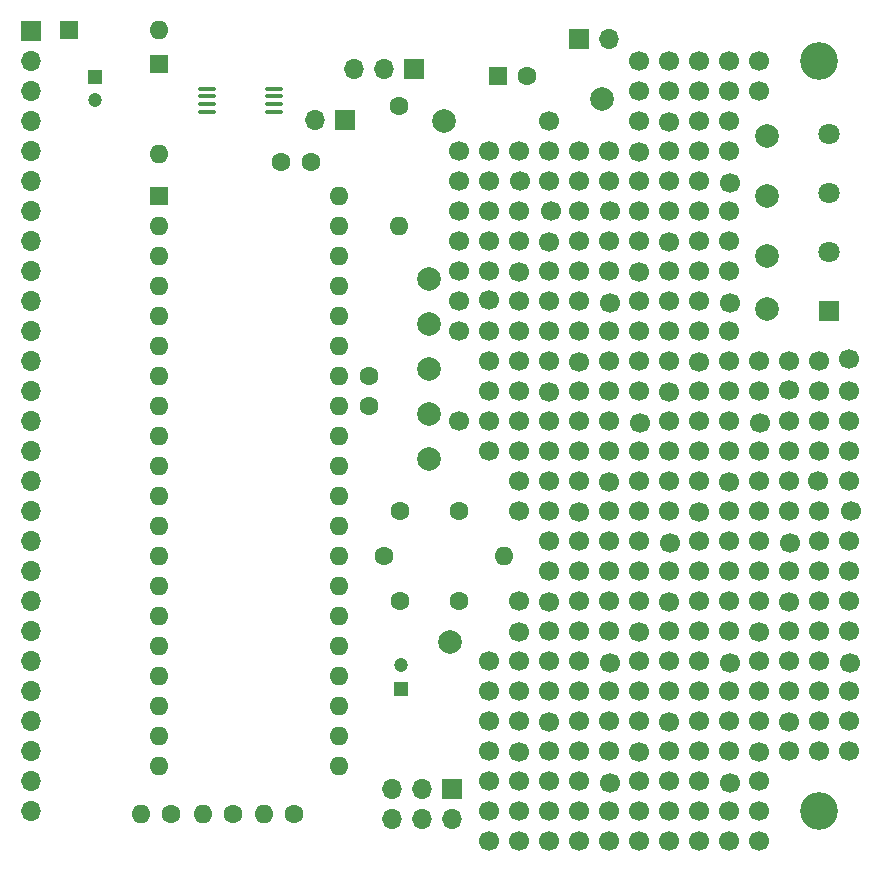
<source format=gts>
%TF.GenerationSoftware,KiCad,Pcbnew,(6.0.0)*%
%TF.CreationDate,2022-03-13T21:04:06-04:00*%
%TF.ProjectId,panel meter v1,70616e65-6c20-46d6-9574-65722076312e,rev?*%
%TF.SameCoordinates,Original*%
%TF.FileFunction,Soldermask,Top*%
%TF.FilePolarity,Negative*%
%FSLAX46Y46*%
G04 Gerber Fmt 4.6, Leading zero omitted, Abs format (unit mm)*
G04 Created by KiCad (PCBNEW (6.0.0)) date 2022-03-13 21:04:06*
%MOMM*%
%LPD*%
G01*
G04 APERTURE LIST*
G04 Aperture macros list*
%AMRoundRect*
0 Rectangle with rounded corners*
0 $1 Rounding radius*
0 $2 $3 $4 $5 $6 $7 $8 $9 X,Y pos of 4 corners*
0 Add a 4 corners polygon primitive as box body*
4,1,4,$2,$3,$4,$5,$6,$7,$8,$9,$2,$3,0*
0 Add four circle primitives for the rounded corners*
1,1,$1+$1,$2,$3*
1,1,$1+$1,$4,$5*
1,1,$1+$1,$6,$7*
1,1,$1+$1,$8,$9*
0 Add four rect primitives between the rounded corners*
20,1,$1+$1,$2,$3,$4,$5,0*
20,1,$1+$1,$4,$5,$6,$7,0*
20,1,$1+$1,$6,$7,$8,$9,0*
20,1,$1+$1,$8,$9,$2,$3,0*%
G04 Aperture macros list end*
%ADD10C,1.700000*%
%ADD11R,1.600000X1.600000*%
%ADD12O,1.600000X1.600000*%
%ADD13R,1.700000X1.700000*%
%ADD14O,1.700000X1.700000*%
%ADD15C,1.600000*%
%ADD16C,2.000000*%
%ADD17R,1.200000X1.200000*%
%ADD18C,1.200000*%
%ADD19C,3.200000*%
%ADD20R,1.800000X1.800000*%
%ADD21C,1.800000*%
%ADD22RoundRect,0.100000X-0.637500X-0.100000X0.637500X-0.100000X0.637500X0.100000X-0.637500X0.100000X0*%
G04 APERTURE END LIST*
D10*
%TO.C,REF\u002A\u002A*%
X114300000Y-88900000D03*
%TD*%
%TO.C,REF\u002A\u002A*%
X111760000Y-60960000D03*
%TD*%
%TO.C,REF\u002A\u002A*%
X127058021Y-86510442D03*
%TD*%
%TO.C,REF\u002A\u002A*%
X106680000Y-96520000D03*
%TD*%
%TO.C,REF\u002A\u002A*%
X109202800Y-91439999D03*
%TD*%
%TO.C,REF\u002A\u002A*%
X116840000Y-106680000D03*
%TD*%
%TO.C,REF\u002A\u002A*%
X114300000Y-86360000D03*
%TD*%
%TO.C,REF\u002A\u002A*%
X104140000Y-78740000D03*
%TD*%
%TO.C,REF\u002A\u002A*%
X106646471Y-73701692D03*
%TD*%
%TO.C,REF\u002A\u002A*%
X132080000Y-101600000D03*
%TD*%
%TO.C,REF\u002A\u002A*%
X106680000Y-111769036D03*
%TD*%
%TO.C,REF\u002A\u002A*%
X99060000Y-66040000D03*
%TD*%
%TO.C,REF\u002A\u002A*%
X132080000Y-76200000D03*
%TD*%
%TO.C,REF\u002A\u002A*%
X106680000Y-55880000D03*
%TD*%
%TO.C,REF\u002A\u002A*%
X124460000Y-73660000D03*
%TD*%
%TO.C,REF\u002A\u002A*%
X124442800Y-83794635D03*
%TD*%
D11*
%TO.C,U1*%
X73655000Y-57155000D03*
D12*
X73655000Y-59695000D03*
X73655000Y-62235000D03*
X73655000Y-64775000D03*
X73655000Y-67315000D03*
X73655000Y-69855000D03*
X73655000Y-72395000D03*
X73655000Y-74935000D03*
X73655000Y-77475000D03*
X73655000Y-80015000D03*
X73655000Y-82555000D03*
X73655000Y-85095000D03*
X73655000Y-87635000D03*
X73655000Y-90175000D03*
X73655000Y-92715000D03*
X73655000Y-95255000D03*
X73655000Y-97795000D03*
X73655000Y-100335000D03*
X73655000Y-102875000D03*
X73655000Y-105415000D03*
X88895000Y-105415000D03*
X88895000Y-102875000D03*
X88895000Y-100335000D03*
X88895000Y-97795000D03*
X88895000Y-95255000D03*
X88895000Y-92715000D03*
X88895000Y-90175000D03*
X88895000Y-87635000D03*
X88895000Y-85095000D03*
X88895000Y-82555000D03*
X88895000Y-80015000D03*
X88895000Y-77475000D03*
X88895000Y-74935000D03*
X88895000Y-72395000D03*
X88895000Y-69855000D03*
X88895000Y-67315000D03*
X88895000Y-64775000D03*
X88895000Y-62235000D03*
X88895000Y-59695000D03*
X88895000Y-57155000D03*
%TD*%
D10*
%TO.C,REF\u002A\u002A*%
X116848164Y-61027056D03*
%TD*%
%TO.C,REF\u002A\u002A*%
X116840000Y-58420000D03*
%TD*%
%TO.C,REF\u002A\u002A*%
X119380000Y-96520000D03*
%TD*%
%TO.C,REF\u002A\u002A*%
X106680000Y-109220000D03*
%TD*%
%TO.C,REF\u002A\u002A*%
X114299999Y-58410964D03*
%TD*%
%TO.C,REF\u002A\u002A*%
X104140000Y-53340000D03*
%TD*%
D11*
%TO.C,D2*%
X73660000Y-45974000D03*
D12*
X73660000Y-53594000D03*
%TD*%
D10*
%TO.C,REF\u002A\u002A*%
X109220000Y-55880000D03*
%TD*%
D13*
%TO.C,J1*%
X95235000Y-46380000D03*
D14*
X92695000Y-46380000D03*
X90155000Y-46380000D03*
%TD*%
D10*
%TO.C,REF\u002A\u002A*%
X121920000Y-83820000D03*
%TD*%
%TO.C,REF\u002A\u002A*%
X109220000Y-53340000D03*
%TD*%
%TO.C,REF\u002A\u002A*%
X127000000Y-93980000D03*
%TD*%
%TO.C,REF\u002A\u002A*%
X111760000Y-91440000D03*
%TD*%
%TO.C,REF\u002A\u002A*%
X101600000Y-55880000D03*
%TD*%
%TO.C,REF\u002A\u002A*%
X121920000Y-104140000D03*
%TD*%
%TO.C,REF\u002A\u002A*%
X99060000Y-76200000D03*
%TD*%
%TO.C,REF\u002A\u002A*%
X106673262Y-83819999D03*
%TD*%
%TO.C,REF\u002A\u002A*%
X111760000Y-76200000D03*
%TD*%
%TO.C,REF\u002A\u002A*%
X109220000Y-109220000D03*
%TD*%
%TO.C,REF\u002A\u002A*%
X114266471Y-53381692D03*
%TD*%
%TO.C,REF\u002A\u002A*%
X124460000Y-71120000D03*
%TD*%
%TO.C,REF\u002A\u002A*%
X129522800Y-104114635D03*
%TD*%
D15*
%TO.C,C1*%
X91440000Y-72410000D03*
X91440000Y-74910000D03*
%TD*%
D10*
%TO.C,REF\u002A\u002A*%
X121920000Y-58420000D03*
%TD*%
%TO.C,REF\u002A\u002A*%
X119362800Y-91439999D03*
%TD*%
%TO.C,REF\u002A\u002A*%
X109220000Y-111769036D03*
%TD*%
%TO.C,REF\u002A\u002A*%
X111760000Y-68580000D03*
%TD*%
%TO.C,REF\u002A\u002A*%
X119380000Y-68580000D03*
%TD*%
%TO.C,REF\u002A\u002A*%
X114266471Y-104181692D03*
%TD*%
%TO.C,REF\u002A\u002A*%
X116898021Y-86510442D03*
%TD*%
%TO.C,REF\u002A\u002A*%
X101600000Y-71120000D03*
%TD*%
%TO.C,REF\u002A\u002A*%
X119379999Y-81279999D03*
%TD*%
D16*
%TO.C,J16*%
X125095000Y-52070000D03*
%TD*%
D10*
%TO.C,REF\u002A\u002A*%
X101600000Y-53340000D03*
%TD*%
D16*
%TO.C,J4*%
X111125000Y-48895000D03*
%TD*%
D13*
%TO.C,J2*%
X109220000Y-43815000D03*
D14*
X111760000Y-43815000D03*
%TD*%
D10*
%TO.C,REF\u002A\u002A*%
X124426471Y-104181692D03*
%TD*%
%TO.C,REF\u002A\u002A*%
X124518021Y-76350442D03*
%TD*%
%TO.C,REF\u002A\u002A*%
X119362800Y-101599999D03*
%TD*%
%TO.C,REF\u002A\u002A*%
X116840000Y-63500000D03*
%TD*%
%TO.C,REF\u002A\u002A*%
X101600000Y-106680000D03*
%TD*%
%TO.C,REF\u002A\u002A*%
X104139999Y-101599999D03*
%TD*%
%TO.C,REF\u002A\u002A*%
X116840000Y-48260000D03*
%TD*%
%TO.C,REF\u002A\u002A*%
X101591835Y-60957859D03*
%TD*%
D15*
%TO.C,C3*%
X86467000Y-54229000D03*
X83967000Y-54229000D03*
%TD*%
D10*
%TO.C,REF\u002A\u002A*%
X109219999Y-88890964D03*
%TD*%
%TO.C,REF\u002A\u002A*%
X124426471Y-94021692D03*
%TD*%
%TO.C,REF\u002A\u002A*%
X101600000Y-68580000D03*
%TD*%
%TO.C,REF\u002A\u002A*%
X124460000Y-106680000D03*
%TD*%
%TO.C,REF\u002A\u002A*%
X132080000Y-81280000D03*
%TD*%
%TO.C,REF\u002A\u002A*%
X109228164Y-71187056D03*
%TD*%
%TO.C,REF\u002A\u002A*%
X111818021Y-66190442D03*
%TD*%
%TO.C,REF\u002A\u002A*%
X121920000Y-68580000D03*
%TD*%
%TO.C,REF\u002A\u002A*%
X124460000Y-86360000D03*
%TD*%
%TO.C,REF\u002A\u002A*%
X119362800Y-60959999D03*
%TD*%
%TO.C,REF\u002A\u002A*%
X106680000Y-76200000D03*
%TD*%
%TO.C,REF\u002A\u002A*%
X129540000Y-78740000D03*
%TD*%
%TO.C,REF\u002A\u002A*%
X116840000Y-83820000D03*
%TD*%
%TO.C,REF\u002A\u002A*%
X114299999Y-109210964D03*
%TD*%
%TO.C,REF\u002A\u002A*%
X104139999Y-71105812D03*
%TD*%
%TO.C,REF\u002A\u002A*%
X106688164Y-88900000D03*
%TD*%
D17*
%TO.C,C8*%
X94107000Y-98889600D03*
D18*
X94107000Y-96889600D03*
%TD*%
D10*
%TO.C,REF\u002A\u002A*%
X114300000Y-78740000D03*
%TD*%
%TO.C,REF\u002A\u002A*%
X119362800Y-50799999D03*
%TD*%
%TO.C,REF\u002A\u002A*%
X114266471Y-94021692D03*
%TD*%
%TO.C,REF\u002A\u002A*%
X111760000Y-93980000D03*
%TD*%
%TO.C,REF\u002A\u002A*%
X132080000Y-78740000D03*
%TD*%
%TO.C,REF\u002A\u002A*%
X101600000Y-109220000D03*
%TD*%
%TO.C,REF\u002A\u002A*%
X121978021Y-106830442D03*
%TD*%
%TO.C,REF\u002A\u002A*%
X109220000Y-106680000D03*
%TD*%
%TO.C,REF\u002A\u002A*%
X104106471Y-104181692D03*
%TD*%
%TO.C,REF\u002A\u002A*%
X126983671Y-73601978D03*
%TD*%
%TO.C,REF\u002A\u002A*%
X119388164Y-71187056D03*
%TD*%
%TO.C,REF\u002A\u002A*%
X129522800Y-101599999D03*
%TD*%
%TO.C,REF\u002A\u002A*%
X121920000Y-50800000D03*
%TD*%
%TO.C,REF\u002A\u002A*%
X111760000Y-99060000D03*
%TD*%
%TO.C,REF\u002A\u002A*%
X119362800Y-53314635D03*
%TD*%
%TO.C,REF\u002A\u002A*%
X109220000Y-78740000D03*
%TD*%
%TO.C,REF\u002A\u002A*%
X124460000Y-96520000D03*
%TD*%
%TO.C,REF\u002A\u002A*%
X109220000Y-73660000D03*
%TD*%
%TO.C,REF\u002A\u002A*%
X114300000Y-71120000D03*
%TD*%
D16*
%TO.C,J15*%
X125095000Y-57150000D03*
%TD*%
D10*
%TO.C,REF\u002A\u002A*%
X101600000Y-101600000D03*
%TD*%
%TO.C,REF\u002A\u002A*%
X121920000Y-86360000D03*
%TD*%
%TO.C,REF\u002A\u002A*%
X127000000Y-81280000D03*
%TD*%
%TO.C,REF\u002A\u002A*%
X121920000Y-78740000D03*
%TD*%
D13*
%TO.C,J12*%
X89413000Y-50673000D03*
D14*
X86873000Y-50673000D03*
%TD*%
D10*
%TO.C,REF\u002A\u002A*%
X121978021Y-96670442D03*
%TD*%
%TO.C,REF\u002A\u002A*%
X121920000Y-60960000D03*
%TD*%
%TO.C,REF\u002A\u002A*%
X99060000Y-68580000D03*
%TD*%
%TO.C,REF\u002A\u002A*%
X104130065Y-73626999D03*
%TD*%
%TO.C,REF\u002A\u002A*%
X111760000Y-53340000D03*
%TD*%
D16*
%TO.C,J6*%
X96520000Y-71755000D03*
%TD*%
D10*
%TO.C,REF\u002A\u002A*%
X109220000Y-68580000D03*
%TD*%
%TO.C,REF\u002A\u002A*%
X109202800Y-63474635D03*
%TD*%
%TO.C,REF\u002A\u002A*%
X99060000Y-55880000D03*
%TD*%
%TO.C,REF\u002A\u002A*%
X99060000Y-60960000D03*
%TD*%
%TO.C,REF\u002A\u002A*%
X111760000Y-55880000D03*
%TD*%
%TO.C,REF\u002A\u002A*%
X104139999Y-91439999D03*
%TD*%
%TO.C,REF\u002A\u002A*%
X109220000Y-58420000D03*
%TD*%
%TO.C,REF\u002A\u002A*%
X111760000Y-63500000D03*
%TD*%
%TO.C,REF\u002A\u002A*%
X116840000Y-109220000D03*
%TD*%
%TO.C,REF\u002A\u002A*%
X101600000Y-73660000D03*
%TD*%
%TO.C,REF\u002A\u002A*%
X119346471Y-83861692D03*
%TD*%
%TO.C,REF\u002A\u002A*%
X111760000Y-78740000D03*
%TD*%
%TO.C,REF\u002A\u002A*%
X132080000Y-91440000D03*
%TD*%
%TO.C,REF\u002A\u002A*%
X132080000Y-88900000D03*
%TD*%
%TO.C,REF\u002A\u002A*%
X129522800Y-91439999D03*
%TD*%
%TO.C,REF\u002A\u002A*%
X104139999Y-99050964D03*
%TD*%
%TO.C,REF\u002A\u002A*%
X104106471Y-94021692D03*
%TD*%
%TO.C,REF\u002A\u002A*%
X104198892Y-55871835D03*
%TD*%
%TO.C,REF\u002A\u002A*%
X106680000Y-50800000D03*
%TD*%
%TO.C,REF\u002A\u002A*%
X109220000Y-76200000D03*
%TD*%
D16*
%TO.C,J5*%
X98298000Y-94869000D03*
%TD*%
D10*
%TO.C,REF\u002A\u002A*%
X106680000Y-106680000D03*
%TD*%
%TO.C,REF\u002A\u002A*%
X127008164Y-101667056D03*
%TD*%
%TO.C,REF\u002A\u002A*%
X116839999Y-78730964D03*
%TD*%
%TO.C,REF\u002A\u002A*%
X106680000Y-66040000D03*
%TD*%
%TO.C,REF\u002A\u002A*%
X119380000Y-78740000D03*
%TD*%
%TO.C,REF\u002A\u002A*%
X114266471Y-63541692D03*
%TD*%
%TO.C,REF\u002A\u002A*%
X121920000Y-111769036D03*
%TD*%
%TO.C,REF\u002A\u002A*%
X121978021Y-56030442D03*
%TD*%
%TO.C,REF\u002A\u002A*%
X127000000Y-83820000D03*
%TD*%
%TO.C,REF\u002A\u002A*%
X114299999Y-68570964D03*
%TD*%
%TO.C,REF\u002A\u002A*%
X114299999Y-91439999D03*
%TD*%
%TO.C,REF\u002A\u002A*%
X121920000Y-93980000D03*
%TD*%
%TO.C,REF\u002A\u002A*%
X106680000Y-93980000D03*
%TD*%
%TO.C,REF\u002A\u002A*%
X104133262Y-81288164D03*
%TD*%
%TO.C,REF\u002A\u002A*%
X116840000Y-76200000D03*
%TD*%
%TO.C,REF\u002A\u002A*%
X109202800Y-93954635D03*
%TD*%
%TO.C,REF\u002A\u002A*%
X121920000Y-76200000D03*
%TD*%
%TO.C,REF\u002A\u002A*%
X101600000Y-111760000D03*
%TD*%
D16*
%TO.C,J8*%
X96520000Y-79375000D03*
%TD*%
D10*
%TO.C,REF\u002A\u002A*%
X121920000Y-48260000D03*
%TD*%
%TO.C,REF\u002A\u002A*%
X124459999Y-101599999D03*
%TD*%
%TO.C,REF\u002A\u002A*%
X116840000Y-55880000D03*
%TD*%
D16*
%TO.C,J3*%
X97790000Y-50800000D03*
%TD*%
D10*
%TO.C,REF\u002A\u002A*%
X124459999Y-109210964D03*
%TD*%
%TO.C,REF\u002A\u002A*%
X114300000Y-66040000D03*
%TD*%
%TO.C,REF\u002A\u002A*%
X132080000Y-73660000D03*
%TD*%
%TO.C,REF\u002A\u002A*%
X104139999Y-68570964D03*
%TD*%
%TO.C,REF\u002A\u002A*%
X129540000Y-73660000D03*
%TD*%
%TO.C,REF\u002A\u002A*%
X111760000Y-86360000D03*
%TD*%
%TO.C,REF\u002A\u002A*%
X114358021Y-76350442D03*
%TD*%
%TO.C,REF\u002A\u002A*%
X116840000Y-45720000D03*
%TD*%
%TO.C,REF\u002A\u002A*%
X104140000Y-106680000D03*
%TD*%
%TO.C,REF\u002A\u002A*%
X114299999Y-101599999D03*
%TD*%
%TO.C,REF\u002A\u002A*%
X116840000Y-81280000D03*
%TD*%
%TO.C,REF\u002A\u002A*%
X116840000Y-88900000D03*
%TD*%
D15*
%TO.C,R5*%
X74676000Y-109474000D03*
D12*
X72136000Y-109474000D03*
%TD*%
D10*
%TO.C,REF\u002A\u002A*%
X114299999Y-111760000D03*
%TD*%
%TO.C,REF\u002A\u002A*%
X119380000Y-66040000D03*
%TD*%
%TO.C,REF\u002A\u002A*%
X116848164Y-101667056D03*
%TD*%
%TO.C,REF\u002A\u002A*%
X129540000Y-99060000D03*
%TD*%
%TO.C,REF\u002A\u002A*%
X129531835Y-76183671D03*
%TD*%
%TO.C,REF\u002A\u002A*%
X119380000Y-111769036D03*
%TD*%
%TO.C,REF\u002A\u002A*%
X114299999Y-99050964D03*
%TD*%
%TO.C,REF\u002A\u002A*%
X116840000Y-104140000D03*
%TD*%
%TO.C,REF\u002A\u002A*%
X132138021Y-96670442D03*
%TD*%
%TO.C,REF\u002A\u002A*%
X132046471Y-70986756D03*
%TD*%
%TO.C,REF\u002A\u002A*%
X106688164Y-91507056D03*
%TD*%
%TO.C,REF\u002A\u002A*%
X111742800Y-73634635D03*
%TD*%
%TO.C,REF\u002A\u002A*%
X104106471Y-63541692D03*
%TD*%
%TO.C,REF\u002A\u002A*%
X101600000Y-99060000D03*
%TD*%
D16*
%TO.C,J7*%
X96520000Y-75565000D03*
%TD*%
D10*
%TO.C,REF\u002A\u002A*%
X121920000Y-63500000D03*
%TD*%
%TO.C,REF\u002A\u002A*%
X121920000Y-109220000D03*
%TD*%
D16*
%TO.C,J9*%
X96520000Y-64135000D03*
%TD*%
D10*
%TO.C,REF\u002A\u002A*%
X99060000Y-63500000D03*
%TD*%
%TO.C,REF\u002A\u002A*%
X129540000Y-88900000D03*
%TD*%
%TO.C,REF\u002A\u002A*%
X129540000Y-96520000D03*
%TD*%
%TO.C,REF\u002A\u002A*%
X104139999Y-109210964D03*
%TD*%
%TO.C,REF\u002A\u002A*%
X109220000Y-99060000D03*
%TD*%
%TO.C,REF\u002A\u002A*%
X121902800Y-73634635D03*
%TD*%
D15*
%TO.C,R7*%
X85090000Y-109474000D03*
D12*
X82550000Y-109474000D03*
%TD*%
D11*
%TO.C,C6*%
X102322621Y-46990000D03*
D15*
X104822621Y-46990000D03*
%TD*%
D10*
%TO.C,REF\u002A\u002A*%
X116840000Y-53340000D03*
%TD*%
%TO.C,REF\u002A\u002A*%
X119380000Y-99060000D03*
%TD*%
%TO.C,REF\u002A\u002A*%
X124459999Y-99050964D03*
%TD*%
%TO.C,REF\u002A\u002A*%
X109219999Y-81279999D03*
%TD*%
%TO.C,REF\u002A\u002A*%
X109220000Y-96520000D03*
%TD*%
%TO.C,REF\u002A\u002A*%
X111760000Y-104140000D03*
%TD*%
%TO.C,REF\u002A\u002A*%
X114300000Y-73660000D03*
%TD*%
%TO.C,REF\u002A\u002A*%
X121920000Y-45720000D03*
%TD*%
%TO.C,REF\u002A\u002A*%
X119380000Y-109220000D03*
%TD*%
D15*
%TO.C,C4*%
X94020000Y-83820000D03*
X99020000Y-83820000D03*
%TD*%
D10*
%TO.C,REF\u002A\u002A*%
X121920000Y-99060000D03*
%TD*%
D16*
%TO.C,J10*%
X96520000Y-67945000D03*
%TD*%
D10*
%TO.C,REF\u002A\u002A*%
X106688164Y-61027056D03*
%TD*%
D15*
%TO.C,R1*%
X92710000Y-87630000D03*
D12*
X102870000Y-87630000D03*
%TD*%
D10*
%TO.C,REF\u002A\u002A*%
X124460000Y-45720000D03*
%TD*%
%TO.C,REF\u002A\u002A*%
X104140000Y-66040000D03*
%TD*%
%TO.C,REF\u002A\u002A*%
X119380000Y-58420000D03*
%TD*%
%TO.C,REF\u002A\u002A*%
X132080000Y-86360000D03*
%TD*%
%TO.C,REF\u002A\u002A*%
X127000000Y-96520000D03*
%TD*%
D15*
%TO.C,R6*%
X79883000Y-109474000D03*
D12*
X77343000Y-109474000D03*
%TD*%
D10*
%TO.C,REF\u002A\u002A*%
X111760000Y-101600000D03*
%TD*%
%TO.C,REF\u002A\u002A*%
X99060000Y-58420000D03*
%TD*%
%TO.C,REF\u002A\u002A*%
X101600000Y-63500000D03*
%TD*%
%TO.C,REF\u002A\u002A*%
X114282800Y-81279999D03*
%TD*%
%TO.C,REF\u002A\u002A*%
X132080000Y-104140000D03*
%TD*%
%TO.C,REF\u002A\u002A*%
X114300000Y-106680000D03*
%TD*%
%TO.C,REF\u002A\u002A*%
X129540000Y-83820000D03*
%TD*%
D13*
%TO.C,J11*%
X98410000Y-107310000D03*
D14*
X98410000Y-109850000D03*
X95870000Y-107310000D03*
X95870000Y-109850000D03*
X93330000Y-107310000D03*
X93330000Y-109850000D03*
%TD*%
D10*
%TO.C,REF\u002A\u002A*%
X119362800Y-93954635D03*
%TD*%
%TO.C,REF\u002A\u002A*%
X121902800Y-71119999D03*
%TD*%
D15*
%TO.C,R2*%
X93980000Y-49530000D03*
D12*
X93980000Y-59690000D03*
%TD*%
D10*
%TO.C,REF\u002A\u002A*%
X119362800Y-63474635D03*
%TD*%
%TO.C,REF\u002A\u002A*%
X106680000Y-53340000D03*
%TD*%
%TO.C,REF\u002A\u002A*%
X104140000Y-58420000D03*
%TD*%
%TO.C,REF\u002A\u002A*%
X111818021Y-106830442D03*
%TD*%
D19*
%TO.C,REF\u002A\u002A*%
X129540000Y-45720000D03*
%TD*%
D10*
%TO.C,REF\u002A\u002A*%
X129464778Y-81279999D03*
%TD*%
%TO.C,REF\u002A\u002A*%
X119380000Y-86360000D03*
%TD*%
%TO.C,REF\u002A\u002A*%
X109186471Y-83861692D03*
%TD*%
%TO.C,REF\u002A\u002A*%
X124459999Y-91439999D03*
%TD*%
D15*
%TO.C,C5*%
X94020000Y-91440000D03*
X99020000Y-91440000D03*
%TD*%
D19*
%TO.C,REF\u002A\u002A*%
X129540000Y-109220000D03*
%TD*%
D10*
%TO.C,REF\u002A\u002A*%
X106680000Y-86360000D03*
%TD*%
%TO.C,REF\u002A\u002A*%
X106680000Y-81280000D03*
%TD*%
%TO.C,REF\u002A\u002A*%
X121920000Y-88900000D03*
%TD*%
%TO.C,REF\u002A\u002A*%
X109202800Y-60959999D03*
%TD*%
%TO.C,REF\u002A\u002A*%
X111760000Y-88900000D03*
%TD*%
%TO.C,REF\u002A\u002A*%
X101600000Y-96520000D03*
%TD*%
%TO.C,REF\u002A\u002A*%
X104130065Y-76209934D03*
%TD*%
%TO.C,REF\u002A\u002A*%
X106680000Y-63500000D03*
%TD*%
%TO.C,REF\u002A\u002A*%
X116839999Y-71119999D03*
%TD*%
%TO.C,REF\u002A\u002A*%
X114282800Y-83794635D03*
%TD*%
%TO.C,REF\u002A\u002A*%
X111742800Y-71119999D03*
%TD*%
%TO.C,REF\u002A\u002A*%
X111809857Y-58419999D03*
%TD*%
%TO.C,REF\u002A\u002A*%
X127000000Y-99060000D03*
%TD*%
%TO.C,REF\u002A\u002A*%
X104140000Y-96520000D03*
%TD*%
%TO.C,REF\u002A\u002A*%
X129522800Y-93954635D03*
%TD*%
%TO.C,REF\u002A\u002A*%
X124460000Y-88900000D03*
%TD*%
%TO.C,REF\u002A\u002A*%
X109202800Y-101599999D03*
%TD*%
%TO.C,REF\u002A\u002A*%
X124460000Y-48260000D03*
%TD*%
%TO.C,REF\u002A\u002A*%
X114300000Y-96520000D03*
%TD*%
%TO.C,REF\u002A\u002A*%
X116848164Y-50867056D03*
%TD*%
%TO.C,REF\u002A\u002A*%
X114300000Y-55880000D03*
%TD*%
%TO.C,REF\u002A\u002A*%
X109220000Y-86360000D03*
%TD*%
%TO.C,REF\u002A\u002A*%
X114299999Y-50799999D03*
%TD*%
D17*
%TO.C,C7*%
X68199000Y-47033401D03*
D18*
X68199000Y-49033401D03*
%TD*%
D10*
%TO.C,REF\u002A\u002A*%
X104139999Y-60959999D03*
%TD*%
%TO.C,REF\u002A\u002A*%
X119380000Y-76200000D03*
%TD*%
%TO.C,REF\u002A\u002A*%
X119380000Y-45720000D03*
%TD*%
D11*
%TO.C,D1*%
X66040000Y-43053000D03*
D12*
X73660000Y-43053000D03*
%TD*%
D20*
%TO.C,J18*%
X130360000Y-66862500D03*
D21*
X130360000Y-61862500D03*
X130360000Y-56862500D03*
X130360000Y-51862500D03*
%TD*%
D10*
%TO.C,REF\u002A\u002A*%
X116840000Y-111769036D03*
%TD*%
%TO.C,REF\u002A\u002A*%
X101600000Y-78740000D03*
%TD*%
%TO.C,REF\u002A\u002A*%
X121920000Y-53340000D03*
%TD*%
%TO.C,REF\u002A\u002A*%
X109220000Y-66040000D03*
%TD*%
%TO.C,REF\u002A\u002A*%
X127000000Y-104140000D03*
%TD*%
%TO.C,REF\u002A\u002A*%
X129540000Y-71120000D03*
%TD*%
%TO.C,REF\u002A\u002A*%
X101600000Y-58420000D03*
%TD*%
%TO.C,REF\u002A\u002A*%
X106680000Y-68580000D03*
%TD*%
%TO.C,REF\u002A\u002A*%
X124459999Y-111760000D03*
%TD*%
D22*
%TO.C,U2*%
X77655500Y-48047000D03*
X77655500Y-48697000D03*
X77655500Y-49347000D03*
X77655500Y-49997000D03*
X83380500Y-49997000D03*
X83380500Y-49347000D03*
X83380500Y-48697000D03*
X83380500Y-48047000D03*
%TD*%
D10*
%TO.C,REF\u002A\u002A*%
X106679999Y-71119999D03*
%TD*%
%TO.C,REF\u002A\u002A*%
X121978021Y-66190442D03*
%TD*%
%TO.C,REF\u002A\u002A*%
X132080000Y-99060000D03*
%TD*%
%TO.C,REF\u002A\u002A*%
X121920000Y-101600000D03*
%TD*%
%TO.C,REF\u002A\u002A*%
X101600000Y-76200000D03*
%TD*%
%TO.C,REF\u002A\u002A*%
X106680000Y-104140000D03*
%TD*%
%TO.C,REF\u002A\u002A*%
X101547130Y-65942426D03*
%TD*%
%TO.C,REF\u002A\u002A*%
X116848164Y-91507056D03*
%TD*%
%TO.C,REF\u002A\u002A*%
X116840000Y-96520000D03*
%TD*%
%TO.C,REF\u002A\u002A*%
X104125098Y-83819999D03*
%TD*%
%TO.C,REF\u002A\u002A*%
X104139999Y-111760000D03*
%TD*%
%TO.C,REF\u002A\u002A*%
X109202800Y-104114635D03*
%TD*%
%TO.C,REF\u002A\u002A*%
X106814113Y-58386471D03*
%TD*%
%TO.C,REF\u002A\u002A*%
X106679999Y-78730964D03*
%TD*%
%TO.C,REF\u002A\u002A*%
X111760000Y-111769036D03*
%TD*%
%TO.C,REF\u002A\u002A*%
X111760000Y-83820000D03*
%TD*%
%TO.C,REF\u002A\u002A*%
X127008164Y-91507056D03*
%TD*%
%TO.C,REF\u002A\u002A*%
X121928164Y-81347056D03*
%TD*%
%TO.C,REF\u002A\u002A*%
X114300000Y-48260000D03*
%TD*%
%TO.C,REF\u002A\u002A*%
X106688164Y-101667056D03*
%TD*%
%TO.C,REF\u002A\u002A*%
X129531835Y-86342800D03*
%TD*%
%TO.C,REF\u002A\u002A*%
X101600000Y-104140000D03*
%TD*%
%TO.C,REF\u002A\u002A*%
X99060000Y-53340000D03*
%TD*%
%TO.C,REF\u002A\u002A*%
X116840000Y-93980000D03*
%TD*%
%TO.C,REF\u002A\u002A*%
X127000000Y-71120000D03*
%TD*%
%TO.C,REF\u002A\u002A*%
X119380000Y-55880000D03*
%TD*%
%TO.C,REF\u002A\u002A*%
X114299999Y-60959999D03*
%TD*%
%TO.C,REF\u002A\u002A*%
X116840000Y-66040000D03*
%TD*%
%TO.C,REF\u002A\u002A*%
X124442800Y-81279999D03*
%TD*%
%TO.C,REF\u002A\u002A*%
X132080000Y-93980000D03*
%TD*%
%TO.C,REF\u002A\u002A*%
X127000000Y-78740000D03*
%TD*%
%TO.C,REF\u002A\u002A*%
X119379999Y-88890964D03*
%TD*%
%TO.C,REF\u002A\u002A*%
X119380000Y-106680000D03*
%TD*%
%TO.C,REF\u002A\u002A*%
X127000000Y-76200000D03*
%TD*%
D16*
%TO.C,J14*%
X125095000Y-62230000D03*
%TD*%
D10*
%TO.C,REF\u002A\u002A*%
X114300000Y-45720000D03*
%TD*%
D16*
%TO.C,J17*%
X125095000Y-66675000D03*
%TD*%
D10*
%TO.C,REF\u002A\u002A*%
X111768164Y-81347056D03*
%TD*%
%TO.C,REF\u002A\u002A*%
X116806471Y-73701692D03*
%TD*%
%TO.C,REF\u002A\u002A*%
X119380000Y-73660000D03*
%TD*%
%TO.C,REF\u002A\u002A*%
X121920000Y-91440000D03*
%TD*%
%TO.C,REF\u002A\u002A*%
X111760000Y-109220000D03*
%TD*%
%TO.C,REF\u002A\u002A*%
X127000000Y-88900000D03*
%TD*%
%TO.C,REF\u002A\u002A*%
X116840000Y-99060000D03*
%TD*%
%TO.C,REF\u002A\u002A*%
X116840000Y-68580000D03*
%TD*%
%TO.C,REF\u002A\u002A*%
X124460000Y-78740000D03*
%TD*%
%TO.C,REF\u002A\u002A*%
X119362800Y-104114635D03*
%TD*%
%TO.C,REF\u002A\u002A*%
X119380000Y-48260000D03*
%TD*%
%TO.C,REF\u002A\u002A*%
X132180585Y-83794635D03*
%TD*%
%TO.C,REF\u002A\u002A*%
X111818021Y-96670442D03*
%TD*%
%TO.C,REF\u002A\u002A*%
X106680000Y-99060000D03*
%TD*%
D13*
%TO.C,J13*%
X62795000Y-43175000D03*
D14*
X62795000Y-45715000D03*
X62795000Y-48255000D03*
X62795000Y-50795000D03*
X62795000Y-53335000D03*
X62795000Y-55875000D03*
X62795000Y-58415000D03*
X62795000Y-60955000D03*
X62795000Y-63495000D03*
X62795000Y-66035000D03*
X62795000Y-68575000D03*
X62795000Y-71115000D03*
X62795000Y-73655000D03*
X62795000Y-76195000D03*
X62795000Y-78735000D03*
X62795000Y-81275000D03*
X62795000Y-83815000D03*
X62795000Y-86355000D03*
X62795000Y-88895000D03*
X62795000Y-91435000D03*
X62795000Y-93975000D03*
X62795000Y-96515000D03*
X62795000Y-99055000D03*
X62795000Y-101595000D03*
X62795000Y-104135000D03*
X62795000Y-106675000D03*
X62795000Y-109215000D03*
%TD*%
M02*

</source>
